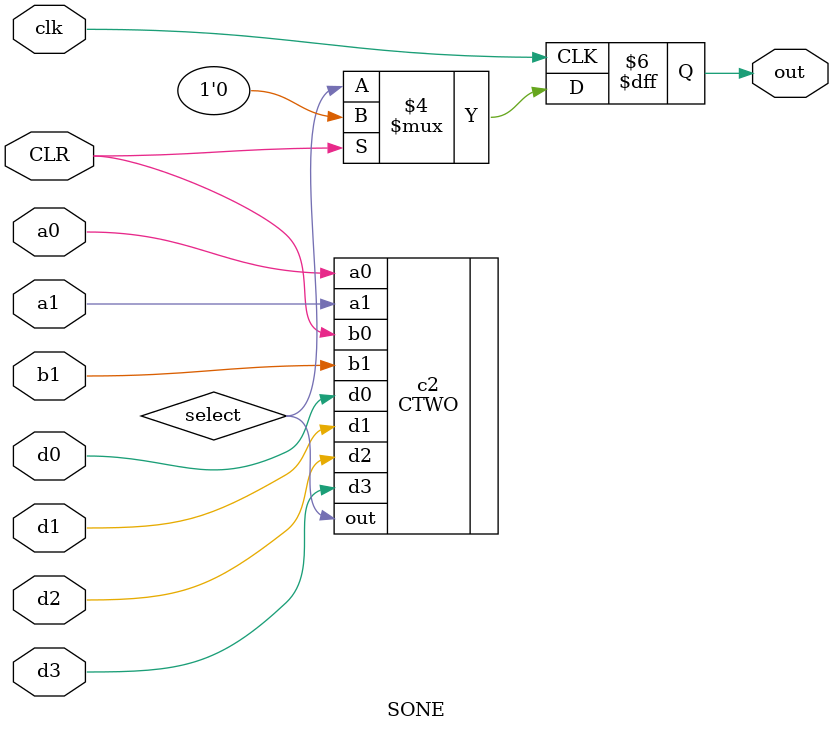
<source format=v>
`timescale 1ns/1ns

module SONE(d0, d1, d2, d3, a0, a1, CLR, b1, clk, out);

    input d0, d1, d2, d3, a0, a1, CLR, b1, clk;
    output reg out;

    wire select;

    CTWO c2(   
        .d0(d0), .d1(d1), 
        .d2(d2), .d3(d3), 
        .a0(a0), .a1(a1), 
        .b0(CLR), .b1(b1),
        .out(select) );
    
    always @(posedge clk) begin
        if (CLR == 1) begin
            out = 0;
        end
        else begin
            out = select;
        end
    end

endmodule
</source>
